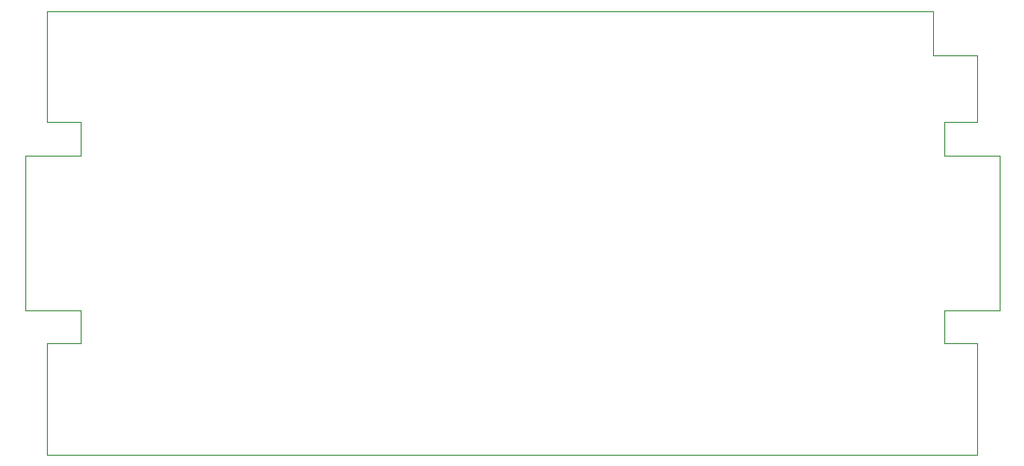
<source format=gbr>
G04 #@! TF.GenerationSoftware,KiCad,Pcbnew,5.1.5+dfsg1-2build2*
G04 #@! TF.CreationDate,2021-03-10T23:59:30+01:00*
G04 #@! TF.ProjectId,iotOnOff,696f744f-6e4f-4666-962e-6b696361645f,rev?*
G04 #@! TF.SameCoordinates,Original*
G04 #@! TF.FileFunction,Profile,NP*
%FSLAX46Y46*%
G04 Gerber Fmt 4.6, Leading zero omitted, Abs format (unit mm)*
G04 Created by KiCad (PCBNEW 5.1.5+dfsg1-2build2) date 2021-03-10 23:59:30*
%MOMM*%
%LPD*%
G04 APERTURE LIST*
%ADD10C,0.100000*%
G04 APERTURE END LIST*
D10*
X180000000Y-74100000D02*
X184000000Y-74100000D01*
X180000000Y-70100000D02*
X180000000Y-74100000D01*
X100000000Y-110100000D02*
X100000000Y-100100000D01*
X98000000Y-83100000D02*
X103000000Y-83100000D01*
X103000000Y-83100000D02*
X103000000Y-80100000D01*
X103000000Y-100100000D02*
X103000000Y-97100000D01*
X98000000Y-97100000D02*
X98000000Y-83100000D01*
X100000000Y-80100000D02*
X100000000Y-70100000D01*
X100000000Y-100100000D02*
X103000000Y-100100000D01*
X103000000Y-80100000D02*
X100000000Y-80100000D01*
X103000000Y-97100000D02*
X98000000Y-97100000D01*
X184000000Y-100100000D02*
X184000000Y-110100000D01*
X181000000Y-100100000D02*
X184000000Y-100100000D01*
X181000000Y-97100000D02*
X181000000Y-100100000D01*
X186000000Y-97100000D02*
X181000000Y-97100000D01*
X186000000Y-83100000D02*
X186000000Y-97100000D01*
X181000000Y-83100000D02*
X186000000Y-83100000D01*
X181000000Y-80100000D02*
X181000000Y-83100000D01*
X184000000Y-80100000D02*
X181000000Y-80100000D01*
X184000000Y-74100000D02*
X184000000Y-80100000D01*
X184000000Y-110100000D02*
X100000000Y-110100000D01*
X100000000Y-70100000D02*
X180000000Y-70100000D01*
M02*

</source>
